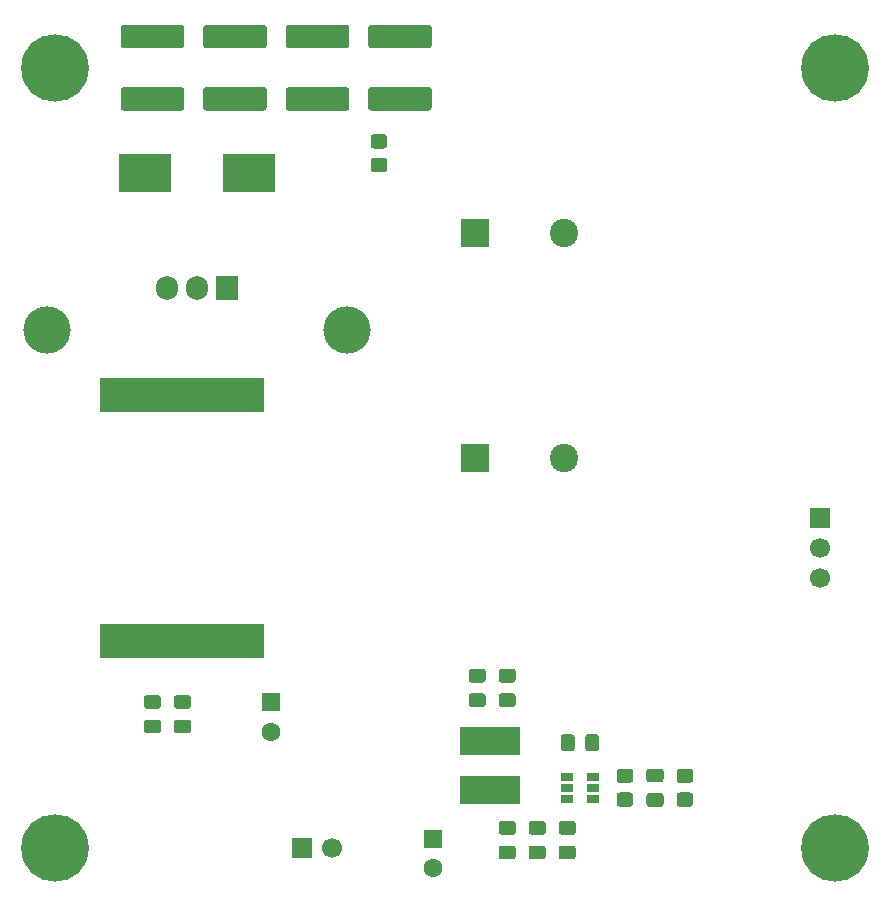
<source format=gbr>
%TF.GenerationSoftware,KiCad,Pcbnew,(5.1.9)-1*%
%TF.CreationDate,2021-10-04T18:28:46-04:00*%
%TF.ProjectId,In9 Music Visualizer RevC,496e3920-4d75-4736-9963-205669737561,rev?*%
%TF.SameCoordinates,Original*%
%TF.FileFunction,Soldermask,Top*%
%TF.FilePolarity,Negative*%
%FSLAX46Y46*%
G04 Gerber Fmt 4.6, Leading zero omitted, Abs format (unit mm)*
G04 Created by KiCad (PCBNEW (5.1.9)-1) date 2021-10-04 18:28:46*
%MOMM*%
%LPD*%
G01*
G04 APERTURE LIST*
%ADD10C,1.700000*%
%ADD11R,1.700000X1.700000*%
%ADD12C,1.600000*%
%ADD13R,1.600000X1.600000*%
%ADD14R,5.100000X2.350000*%
%ADD15R,1.060000X0.650000*%
%ADD16C,5.715000*%
%ADD17O,1.905000X2.000000*%
%ADD18R,1.905000X2.000000*%
%ADD19R,14.000000X3.000000*%
%ADD20C,4.000000*%
%ADD21R,4.500000X3.300000*%
%ADD22C,2.400000*%
%ADD23R,2.400000X2.400000*%
G04 APERTURE END LIST*
D10*
%TO.C,J5*%
X120650000Y-96520000D03*
D11*
X120650000Y-93980000D03*
D10*
X120650000Y-99060000D03*
%TD*%
D12*
%TO.C,C22*%
X87884000Y-123658000D03*
D13*
X87884000Y-121158000D03*
%TD*%
D14*
%TO.C,L2*%
X92710000Y-117010000D03*
X92710000Y-112860000D03*
%TD*%
%TO.C,C18*%
G36*
G01*
X99880000Y-112555000D02*
X99880000Y-113505000D01*
G75*
G02*
X99630000Y-113755000I-250000J0D01*
G01*
X98955000Y-113755000D01*
G75*
G02*
X98705000Y-113505000I0J250000D01*
G01*
X98705000Y-112555000D01*
G75*
G02*
X98955000Y-112305000I250000J0D01*
G01*
X99630000Y-112305000D01*
G75*
G02*
X99880000Y-112555000I0J-250000D01*
G01*
G37*
G36*
G01*
X101955000Y-112555000D02*
X101955000Y-113505000D01*
G75*
G02*
X101705000Y-113755000I-250000J0D01*
G01*
X101030000Y-113755000D01*
G75*
G02*
X100780000Y-113505000I0J250000D01*
G01*
X100780000Y-112555000D01*
G75*
G02*
X101030000Y-112305000I250000J0D01*
G01*
X101705000Y-112305000D01*
G75*
G02*
X101955000Y-112555000I0J-250000D01*
G01*
G37*
%TD*%
D15*
%TO.C,U3*%
X101430000Y-116840000D03*
X101430000Y-115890000D03*
X101430000Y-117790000D03*
X99230000Y-117790000D03*
X99230000Y-116840000D03*
X99230000Y-115890000D03*
%TD*%
%TO.C,C13*%
G36*
G01*
X87540002Y-54230000D02*
X82639998Y-54230000D01*
G75*
G02*
X82390000Y-53980002I0J249998D01*
G01*
X82390000Y-52504998D01*
G75*
G02*
X82639998Y-52255000I249998J0D01*
G01*
X87540002Y-52255000D01*
G75*
G02*
X87790000Y-52504998I0J-249998D01*
G01*
X87790000Y-53980002D01*
G75*
G02*
X87540002Y-54230000I-249998J0D01*
G01*
G37*
G36*
G01*
X87540002Y-59505000D02*
X82639998Y-59505000D01*
G75*
G02*
X82390000Y-59255002I0J249998D01*
G01*
X82390000Y-57779998D01*
G75*
G02*
X82639998Y-57530000I249998J0D01*
G01*
X87540002Y-57530000D01*
G75*
G02*
X87790000Y-57779998I0J-249998D01*
G01*
X87790000Y-59255002D01*
G75*
G02*
X87540002Y-59505000I-249998J0D01*
G01*
G37*
%TD*%
%TO.C,C12*%
G36*
G01*
X80555002Y-54230000D02*
X75654998Y-54230000D01*
G75*
G02*
X75405000Y-53980002I0J249998D01*
G01*
X75405000Y-52504998D01*
G75*
G02*
X75654998Y-52255000I249998J0D01*
G01*
X80555002Y-52255000D01*
G75*
G02*
X80805000Y-52504998I0J-249998D01*
G01*
X80805000Y-53980002D01*
G75*
G02*
X80555002Y-54230000I-249998J0D01*
G01*
G37*
G36*
G01*
X80555002Y-59505000D02*
X75654998Y-59505000D01*
G75*
G02*
X75405000Y-59255002I0J249998D01*
G01*
X75405000Y-57779998D01*
G75*
G02*
X75654998Y-57530000I249998J0D01*
G01*
X80555002Y-57530000D01*
G75*
G02*
X80805000Y-57779998I0J-249998D01*
G01*
X80805000Y-59255002D01*
G75*
G02*
X80555002Y-59505000I-249998J0D01*
G01*
G37*
%TD*%
%TO.C,C11*%
G36*
G01*
X73570002Y-54230000D02*
X68669998Y-54230000D01*
G75*
G02*
X68420000Y-53980002I0J249998D01*
G01*
X68420000Y-52504998D01*
G75*
G02*
X68669998Y-52255000I249998J0D01*
G01*
X73570002Y-52255000D01*
G75*
G02*
X73820000Y-52504998I0J-249998D01*
G01*
X73820000Y-53980002D01*
G75*
G02*
X73570002Y-54230000I-249998J0D01*
G01*
G37*
G36*
G01*
X73570002Y-59505000D02*
X68669998Y-59505000D01*
G75*
G02*
X68420000Y-59255002I0J249998D01*
G01*
X68420000Y-57779998D01*
G75*
G02*
X68669998Y-57530000I249998J0D01*
G01*
X73570002Y-57530000D01*
G75*
G02*
X73820000Y-57779998I0J-249998D01*
G01*
X73820000Y-59255002D01*
G75*
G02*
X73570002Y-59505000I-249998J0D01*
G01*
G37*
%TD*%
%TO.C,C10*%
G36*
G01*
X66585002Y-54230000D02*
X61684998Y-54230000D01*
G75*
G02*
X61435000Y-53980002I0J249998D01*
G01*
X61435000Y-52504998D01*
G75*
G02*
X61684998Y-52255000I249998J0D01*
G01*
X66585002Y-52255000D01*
G75*
G02*
X66835000Y-52504998I0J-249998D01*
G01*
X66835000Y-53980002D01*
G75*
G02*
X66585002Y-54230000I-249998J0D01*
G01*
G37*
G36*
G01*
X66585002Y-59505000D02*
X61684998Y-59505000D01*
G75*
G02*
X61435000Y-59255002I0J249998D01*
G01*
X61435000Y-57779998D01*
G75*
G02*
X61684998Y-57530000I249998J0D01*
G01*
X66585002Y-57530000D01*
G75*
G02*
X66835000Y-57779998I0J-249998D01*
G01*
X66835000Y-59255002D01*
G75*
G02*
X66585002Y-59505000I-249998J0D01*
G01*
G37*
%TD*%
D16*
%TO.C,REF\u002A\u002A*%
X121920000Y-121920000D03*
%TD*%
%TO.C,REF\u002A\u002A*%
X121920000Y-55880000D03*
%TD*%
%TO.C,REF\u002A\u002A*%
X55880000Y-121920000D03*
%TD*%
%TO.C,REF\u002A\u002A*%
X55880000Y-55880000D03*
%TD*%
%TO.C,R16*%
G36*
G01*
X104590001Y-116440000D02*
X103689999Y-116440000D01*
G75*
G02*
X103440000Y-116190001I0J249999D01*
G01*
X103440000Y-115489999D01*
G75*
G02*
X103689999Y-115240000I249999J0D01*
G01*
X104590001Y-115240000D01*
G75*
G02*
X104840000Y-115489999I0J-249999D01*
G01*
X104840000Y-116190001D01*
G75*
G02*
X104590001Y-116440000I-249999J0D01*
G01*
G37*
G36*
G01*
X104590001Y-118440000D02*
X103689999Y-118440000D01*
G75*
G02*
X103440000Y-118190001I0J249999D01*
G01*
X103440000Y-117489999D01*
G75*
G02*
X103689999Y-117240000I249999J0D01*
G01*
X104590001Y-117240000D01*
G75*
G02*
X104840000Y-117489999I0J-249999D01*
G01*
X104840000Y-118190001D01*
G75*
G02*
X104590001Y-118440000I-249999J0D01*
G01*
G37*
%TD*%
%TO.C,R15*%
G36*
G01*
X108769999Y-117240000D02*
X109670001Y-117240000D01*
G75*
G02*
X109920000Y-117489999I0J-249999D01*
G01*
X109920000Y-118190001D01*
G75*
G02*
X109670001Y-118440000I-249999J0D01*
G01*
X108769999Y-118440000D01*
G75*
G02*
X108520000Y-118190001I0J249999D01*
G01*
X108520000Y-117489999D01*
G75*
G02*
X108769999Y-117240000I249999J0D01*
G01*
G37*
G36*
G01*
X108769999Y-115240000D02*
X109670001Y-115240000D01*
G75*
G02*
X109920000Y-115489999I0J-249999D01*
G01*
X109920000Y-116190001D01*
G75*
G02*
X109670001Y-116440000I-249999J0D01*
G01*
X108769999Y-116440000D01*
G75*
G02*
X108520000Y-116190001I0J249999D01*
G01*
X108520000Y-115489999D01*
G75*
G02*
X108769999Y-115240000I249999J0D01*
G01*
G37*
%TD*%
%TO.C,R9*%
G36*
G01*
X82861999Y-63519000D02*
X83762001Y-63519000D01*
G75*
G02*
X84012000Y-63768999I0J-249999D01*
G01*
X84012000Y-64469001D01*
G75*
G02*
X83762001Y-64719000I-249999J0D01*
G01*
X82861999Y-64719000D01*
G75*
G02*
X82612000Y-64469001I0J249999D01*
G01*
X82612000Y-63768999D01*
G75*
G02*
X82861999Y-63519000I249999J0D01*
G01*
G37*
G36*
G01*
X82861999Y-61519000D02*
X83762001Y-61519000D01*
G75*
G02*
X84012000Y-61768999I0J-249999D01*
G01*
X84012000Y-62469001D01*
G75*
G02*
X83762001Y-62719000I-249999J0D01*
G01*
X82861999Y-62719000D01*
G75*
G02*
X82612000Y-62469001I0J249999D01*
G01*
X82612000Y-61768999D01*
G75*
G02*
X82861999Y-61519000I249999J0D01*
G01*
G37*
%TD*%
D17*
%TO.C,Q2*%
X65405000Y-74549000D03*
X67945000Y-74549000D03*
D18*
X70485000Y-74549000D03*
%TD*%
D19*
%TO.C,L1*%
X66675000Y-104380000D03*
X66675000Y-83580000D03*
%TD*%
D10*
%TO.C,J1*%
X79375000Y-121920000D03*
D11*
X76835000Y-121920000D03*
%TD*%
D20*
%TO.C,HS1*%
X80645000Y-78105000D03*
X55245000Y-78105000D03*
%TD*%
D21*
%TO.C,D1*%
X63545000Y-64770000D03*
X72345000Y-64770000D03*
%TD*%
%TO.C,C25*%
G36*
G01*
X94645500Y-107944500D02*
X93695500Y-107944500D01*
G75*
G02*
X93445500Y-107694500I0J250000D01*
G01*
X93445500Y-107019500D01*
G75*
G02*
X93695500Y-106769500I250000J0D01*
G01*
X94645500Y-106769500D01*
G75*
G02*
X94895500Y-107019500I0J-250000D01*
G01*
X94895500Y-107694500D01*
G75*
G02*
X94645500Y-107944500I-250000J0D01*
G01*
G37*
G36*
G01*
X94645500Y-110019500D02*
X93695500Y-110019500D01*
G75*
G02*
X93445500Y-109769500I0J250000D01*
G01*
X93445500Y-109094500D01*
G75*
G02*
X93695500Y-108844500I250000J0D01*
G01*
X94645500Y-108844500D01*
G75*
G02*
X94895500Y-109094500I0J-250000D01*
G01*
X94895500Y-109769500D01*
G75*
G02*
X94645500Y-110019500I-250000J0D01*
G01*
G37*
%TD*%
%TO.C,C24*%
G36*
G01*
X92105500Y-107944500D02*
X91155500Y-107944500D01*
G75*
G02*
X90905500Y-107694500I0J250000D01*
G01*
X90905500Y-107019500D01*
G75*
G02*
X91155500Y-106769500I250000J0D01*
G01*
X92105500Y-106769500D01*
G75*
G02*
X92355500Y-107019500I0J-250000D01*
G01*
X92355500Y-107694500D01*
G75*
G02*
X92105500Y-107944500I-250000J0D01*
G01*
G37*
G36*
G01*
X92105500Y-110019500D02*
X91155500Y-110019500D01*
G75*
G02*
X90905500Y-109769500I0J250000D01*
G01*
X90905500Y-109094500D01*
G75*
G02*
X91155500Y-108844500I250000J0D01*
G01*
X92105500Y-108844500D01*
G75*
G02*
X92355500Y-109094500I0J-250000D01*
G01*
X92355500Y-109769500D01*
G75*
G02*
X92105500Y-110019500I-250000J0D01*
G01*
G37*
%TD*%
%TO.C,C23*%
G36*
G01*
X106205000Y-117290000D02*
X107155000Y-117290000D01*
G75*
G02*
X107405000Y-117540000I0J-250000D01*
G01*
X107405000Y-118215000D01*
G75*
G02*
X107155000Y-118465000I-250000J0D01*
G01*
X106205000Y-118465000D01*
G75*
G02*
X105955000Y-118215000I0J250000D01*
G01*
X105955000Y-117540000D01*
G75*
G02*
X106205000Y-117290000I250000J0D01*
G01*
G37*
G36*
G01*
X106205000Y-115215000D02*
X107155000Y-115215000D01*
G75*
G02*
X107405000Y-115465000I0J-250000D01*
G01*
X107405000Y-116140000D01*
G75*
G02*
X107155000Y-116390000I-250000J0D01*
G01*
X106205000Y-116390000D01*
G75*
G02*
X105955000Y-116140000I0J250000D01*
G01*
X105955000Y-115465000D01*
G75*
G02*
X106205000Y-115215000I250000J0D01*
G01*
G37*
%TD*%
%TO.C,C21*%
G36*
G01*
X98775500Y-121735000D02*
X99725500Y-121735000D01*
G75*
G02*
X99975500Y-121985000I0J-250000D01*
G01*
X99975500Y-122660000D01*
G75*
G02*
X99725500Y-122910000I-250000J0D01*
G01*
X98775500Y-122910000D01*
G75*
G02*
X98525500Y-122660000I0J250000D01*
G01*
X98525500Y-121985000D01*
G75*
G02*
X98775500Y-121735000I250000J0D01*
G01*
G37*
G36*
G01*
X98775500Y-119660000D02*
X99725500Y-119660000D01*
G75*
G02*
X99975500Y-119910000I0J-250000D01*
G01*
X99975500Y-120585000D01*
G75*
G02*
X99725500Y-120835000I-250000J0D01*
G01*
X98775500Y-120835000D01*
G75*
G02*
X98525500Y-120585000I0J250000D01*
G01*
X98525500Y-119910000D01*
G75*
G02*
X98775500Y-119660000I250000J0D01*
G01*
G37*
%TD*%
%TO.C,C20*%
G36*
G01*
X96235500Y-121735000D02*
X97185500Y-121735000D01*
G75*
G02*
X97435500Y-121985000I0J-250000D01*
G01*
X97435500Y-122660000D01*
G75*
G02*
X97185500Y-122910000I-250000J0D01*
G01*
X96235500Y-122910000D01*
G75*
G02*
X95985500Y-122660000I0J250000D01*
G01*
X95985500Y-121985000D01*
G75*
G02*
X96235500Y-121735000I250000J0D01*
G01*
G37*
G36*
G01*
X96235500Y-119660000D02*
X97185500Y-119660000D01*
G75*
G02*
X97435500Y-119910000I0J-250000D01*
G01*
X97435500Y-120585000D01*
G75*
G02*
X97185500Y-120835000I-250000J0D01*
G01*
X96235500Y-120835000D01*
G75*
G02*
X95985500Y-120585000I0J250000D01*
G01*
X95985500Y-119910000D01*
G75*
G02*
X96235500Y-119660000I250000J0D01*
G01*
G37*
%TD*%
%TO.C,C19*%
G36*
G01*
X93695500Y-121735000D02*
X94645500Y-121735000D01*
G75*
G02*
X94895500Y-121985000I0J-250000D01*
G01*
X94895500Y-122660000D01*
G75*
G02*
X94645500Y-122910000I-250000J0D01*
G01*
X93695500Y-122910000D01*
G75*
G02*
X93445500Y-122660000I0J250000D01*
G01*
X93445500Y-121985000D01*
G75*
G02*
X93695500Y-121735000I250000J0D01*
G01*
G37*
G36*
G01*
X93695500Y-119660000D02*
X94645500Y-119660000D01*
G75*
G02*
X94895500Y-119910000I0J-250000D01*
G01*
X94895500Y-120585000D01*
G75*
G02*
X94645500Y-120835000I-250000J0D01*
G01*
X93695500Y-120835000D01*
G75*
G02*
X93445500Y-120585000I0J250000D01*
G01*
X93445500Y-119910000D01*
G75*
G02*
X93695500Y-119660000I250000J0D01*
G01*
G37*
%TD*%
D22*
%TO.C,C9*%
X98940000Y-69850000D03*
D23*
X91440000Y-69850000D03*
%TD*%
D22*
%TO.C,C8*%
X98940000Y-88900000D03*
D23*
X91440000Y-88900000D03*
%TD*%
%TO.C,C7*%
G36*
G01*
X63660000Y-111067000D02*
X64610000Y-111067000D01*
G75*
G02*
X64860000Y-111317000I0J-250000D01*
G01*
X64860000Y-111992000D01*
G75*
G02*
X64610000Y-112242000I-250000J0D01*
G01*
X63660000Y-112242000D01*
G75*
G02*
X63410000Y-111992000I0J250000D01*
G01*
X63410000Y-111317000D01*
G75*
G02*
X63660000Y-111067000I250000J0D01*
G01*
G37*
G36*
G01*
X63660000Y-108992000D02*
X64610000Y-108992000D01*
G75*
G02*
X64860000Y-109242000I0J-250000D01*
G01*
X64860000Y-109917000D01*
G75*
G02*
X64610000Y-110167000I-250000J0D01*
G01*
X63660000Y-110167000D01*
G75*
G02*
X63410000Y-109917000I0J250000D01*
G01*
X63410000Y-109242000D01*
G75*
G02*
X63660000Y-108992000I250000J0D01*
G01*
G37*
%TD*%
%TO.C,C6*%
G36*
G01*
X66200000Y-111067000D02*
X67150000Y-111067000D01*
G75*
G02*
X67400000Y-111317000I0J-250000D01*
G01*
X67400000Y-111992000D01*
G75*
G02*
X67150000Y-112242000I-250000J0D01*
G01*
X66200000Y-112242000D01*
G75*
G02*
X65950000Y-111992000I0J250000D01*
G01*
X65950000Y-111317000D01*
G75*
G02*
X66200000Y-111067000I250000J0D01*
G01*
G37*
G36*
G01*
X66200000Y-108992000D02*
X67150000Y-108992000D01*
G75*
G02*
X67400000Y-109242000I0J-250000D01*
G01*
X67400000Y-109917000D01*
G75*
G02*
X67150000Y-110167000I-250000J0D01*
G01*
X66200000Y-110167000D01*
G75*
G02*
X65950000Y-109917000I0J250000D01*
G01*
X65950000Y-109242000D01*
G75*
G02*
X66200000Y-108992000I250000J0D01*
G01*
G37*
%TD*%
D12*
%TO.C,C5*%
X74168000Y-112101000D03*
D13*
X74168000Y-109601000D03*
%TD*%
M02*

</source>
